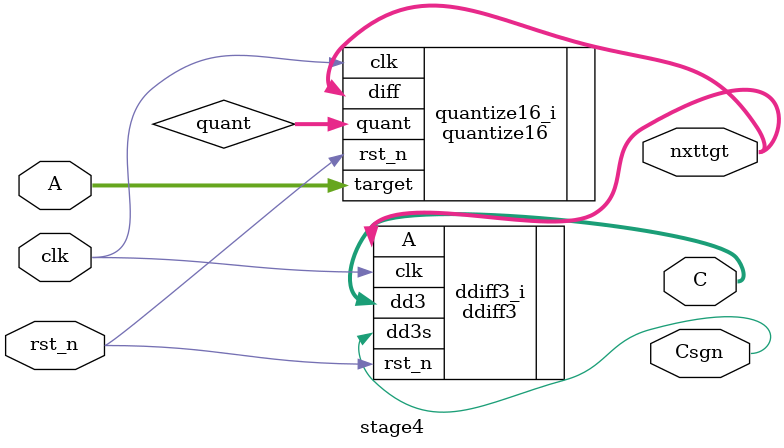
<source format=sv>

module stage4 (
  input bit clk,
  input bit rst_n,

  input  [31:0] A,
  output [15:0] C,     // to final signed addition
  output Csgn,         // to final signed addition
  output [31:0] nxttgt // for next stage
  );

  wire [15:0] quant;
  quantize16 quantize16_i(
    .clk(clk),
    .rst_n(rst_n),
    .target(A),
    .quant(quant),
    .diff(nxttgt)
  );

  ddiff3 ddiff3_i(
    .clk(clk),
    .rst_n(rst_n),
    .A(nxttgt),
    .dd3(C),
    .dd3s(Csgn)
    );

  // no output value delays are necessary

endmodule

</source>
